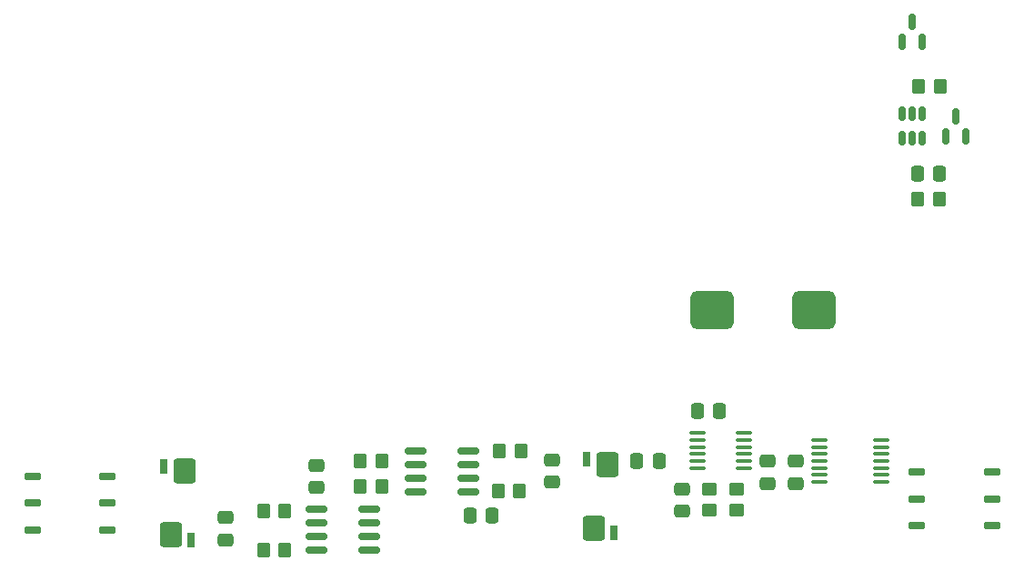
<source format=gtp>
%TF.GenerationSoftware,KiCad,Pcbnew,9.0.0*%
%TF.CreationDate,2025-03-15T23:12:27-07:00*%
%TF.ProjectId,Joule-Thief_R6,4a6f756c-652d-4546-9869-65665f52362e,5*%
%TF.SameCoordinates,Original*%
%TF.FileFunction,Paste,Top*%
%TF.FilePolarity,Positive*%
%FSLAX46Y46*%
G04 Gerber Fmt 4.6, Leading zero omitted, Abs format (unit mm)*
G04 Created by KiCad (PCBNEW 9.0.0) date 2025-03-15 23:12:27*
%MOMM*%
%LPD*%
G01*
G04 APERTURE LIST*
G04 Aperture macros list*
%AMRoundRect*
0 Rectangle with rounded corners*
0 $1 Rounding radius*
0 $2 $3 $4 $5 $6 $7 $8 $9 X,Y pos of 4 corners*
0 Add a 4 corners polygon primitive as box body*
4,1,4,$2,$3,$4,$5,$6,$7,$8,$9,$2,$3,0*
0 Add four circle primitives for the rounded corners*
1,1,$1+$1,$2,$3*
1,1,$1+$1,$4,$5*
1,1,$1+$1,$6,$7*
1,1,$1+$1,$8,$9*
0 Add four rect primitives between the rounded corners*
20,1,$1+$1,$2,$3,$4,$5,0*
20,1,$1+$1,$4,$5,$6,$7,0*
20,1,$1+$1,$6,$7,$8,$9,0*
20,1,$1+$1,$8,$9,$2,$3,0*%
G04 Aperture macros list end*
%ADD10RoundRect,0.150000X0.825000X0.150000X-0.825000X0.150000X-0.825000X-0.150000X0.825000X-0.150000X0*%
%ADD11RoundRect,0.250000X-0.350000X-0.450000X0.350000X-0.450000X0.350000X0.450000X-0.350000X0.450000X0*%
%ADD12RoundRect,0.525000X1.475000X-1.225000X1.475000X1.225000X-1.475000X1.225000X-1.475000X-1.225000X0*%
%ADD13RoundRect,0.090000X-0.660000X-0.210000X0.660000X-0.210000X0.660000X0.210000X-0.660000X0.210000X0*%
%ADD14RoundRect,0.090000X0.660000X0.210000X-0.660000X0.210000X-0.660000X-0.210000X0.660000X-0.210000X0*%
%ADD15RoundRect,0.100000X-0.637500X-0.100000X0.637500X-0.100000X0.637500X0.100000X-0.637500X0.100000X0*%
%ADD16RoundRect,0.100000X0.625000X0.100000X-0.625000X0.100000X-0.625000X-0.100000X0.625000X-0.100000X0*%
%ADD17RoundRect,0.250000X-0.337500X-0.475000X0.337500X-0.475000X0.337500X0.475000X-0.337500X0.475000X0*%
%ADD18RoundRect,0.250000X0.350000X0.450000X-0.350000X0.450000X-0.350000X-0.450000X0.350000X-0.450000X0*%
%ADD19RoundRect,0.250000X0.450000X-0.350000X0.450000X0.350000X-0.450000X0.350000X-0.450000X-0.350000X0*%
%ADD20RoundRect,0.250000X-0.475000X0.337500X-0.475000X-0.337500X0.475000X-0.337500X0.475000X0.337500X0*%
%ADD21RoundRect,0.150000X0.150000X-0.587500X0.150000X0.587500X-0.150000X0.587500X-0.150000X-0.587500X0*%
%ADD22RoundRect,0.150000X-0.150000X0.512500X-0.150000X-0.512500X0.150000X-0.512500X0.150000X0.512500X0*%
%ADD23RoundRect,0.250000X0.337500X0.475000X-0.337500X0.475000X-0.337500X-0.475000X0.337500X-0.475000X0*%
%ADD24RoundRect,0.243600X0.771400X-0.901400X0.771400X0.901400X-0.771400X0.901400X-0.771400X-0.901400X0*%
%ADD25RoundRect,0.091200X0.288800X-0.608800X0.288800X0.608800X-0.288800X0.608800X-0.288800X-0.608800X0*%
%ADD26RoundRect,0.190000X0.190000X-0.510000X0.190000X0.510000X-0.190000X0.510000X-0.190000X-0.510000X0*%
%ADD27RoundRect,0.243600X-0.771400X0.901400X-0.771400X-0.901400X0.771400X-0.901400X0.771400X0.901400X0*%
%ADD28RoundRect,0.091200X-0.288800X0.608800X-0.288800X-0.608800X0.288800X-0.608800X0.288800X0.608800X0*%
%ADD29RoundRect,0.190000X-0.190000X0.510000X-0.190000X-0.510000X0.190000X-0.510000X0.190000X0.510000X0*%
%ADD30RoundRect,0.250000X-0.450000X0.350000X-0.450000X-0.350000X0.450000X-0.350000X0.450000X0.350000X0*%
%ADD31RoundRect,0.250000X0.475000X-0.337500X0.475000X0.337500X-0.475000X0.337500X-0.475000X-0.337500X0*%
%ADD32RoundRect,0.150000X-0.825000X-0.150000X0.825000X-0.150000X0.825000X0.150000X-0.825000X0.150000X0*%
G04 APERTURE END LIST*
D10*
%TO.C,U4*%
X87645000Y-82870000D03*
X87645000Y-81600000D03*
X87645000Y-80330000D03*
X87645000Y-79060000D03*
X92595000Y-79060000D03*
X92595000Y-80330000D03*
X92595000Y-81600000D03*
X92595000Y-82870000D03*
%TD*%
D11*
%TO.C,R5*%
X91700000Y-74575000D03*
X93700000Y-74575000D03*
%TD*%
%TO.C,R4*%
X91740000Y-76955000D03*
X93740000Y-76955000D03*
%TD*%
D12*
%TO.C,L1*%
X124450000Y-60550000D03*
X133950000Y-60550000D03*
%TD*%
D13*
%TO.C,SW1*%
X143550000Y-75600000D03*
X143550000Y-78100000D03*
X143550000Y-80600000D03*
X150550000Y-75600000D03*
X150550000Y-78100000D03*
X150550000Y-80600000D03*
%TD*%
D14*
%TO.C,SW2*%
X68200000Y-81000000D03*
X68200000Y-78500000D03*
X68200000Y-76000000D03*
X61200000Y-81000000D03*
X61200000Y-78500000D03*
X61200000Y-76000000D03*
%TD*%
D11*
%TO.C,R1*%
X104660000Y-73690000D03*
X106660000Y-73690000D03*
%TD*%
D15*
%TO.C,U3*%
X134487500Y-72625000D03*
X134487500Y-73275000D03*
X134487500Y-73925000D03*
X134487500Y-74575000D03*
X134487500Y-75225000D03*
X134487500Y-75875000D03*
X134487500Y-76525000D03*
X140212500Y-76525000D03*
X140212500Y-75875000D03*
X140212500Y-75225000D03*
X140212500Y-74575000D03*
X140212500Y-73925000D03*
X140212500Y-73275000D03*
X140212500Y-72625000D03*
%TD*%
D16*
%TO.C,U2*%
X127400000Y-75225000D03*
X127400000Y-74575000D03*
X127400000Y-73925000D03*
X127400000Y-73275000D03*
X127400000Y-72625000D03*
X127400000Y-71975000D03*
X123100000Y-71975000D03*
X123100000Y-72625000D03*
X123100000Y-73275000D03*
X123100000Y-73925000D03*
X123100000Y-74575000D03*
X123100000Y-75225000D03*
%TD*%
D17*
%TO.C,C3*%
X117462500Y-74587500D03*
X119537500Y-74587500D03*
%TD*%
D18*
%TO.C,R12*%
X145725000Y-39700000D03*
X143725000Y-39700000D03*
%TD*%
D19*
%TO.C,R6*%
X124200000Y-79175000D03*
X124200000Y-77175000D03*
%TD*%
D18*
%TO.C,R8*%
X84695000Y-82857500D03*
X82695000Y-82857500D03*
%TD*%
%TO.C,R9*%
X84695000Y-79220000D03*
X82695000Y-79220000D03*
%TD*%
D20*
%TO.C,C2*%
X109610000Y-74452500D03*
X109610000Y-76527500D03*
%TD*%
D21*
%TO.C,Q1*%
X142150000Y-35537500D03*
X144050000Y-35537500D03*
X143100000Y-33662500D03*
%TD*%
D20*
%TO.C,C9*%
X79142500Y-79857500D03*
X79142500Y-81932500D03*
%TD*%
%TO.C,C5*%
X121700000Y-77175000D03*
X121700000Y-79250000D03*
%TD*%
D11*
%TO.C,R2*%
X104560000Y-77340000D03*
X106560000Y-77340000D03*
%TD*%
D22*
%TO.C,U5*%
X144050000Y-42275000D03*
X143100000Y-42275000D03*
X142150000Y-42275000D03*
X142150000Y-44550000D03*
X143100000Y-44550000D03*
X144050000Y-44550000D03*
%TD*%
D23*
%TO.C,C4*%
X125162500Y-69925000D03*
X123087500Y-69925000D03*
%TD*%
D21*
%TO.C,Q2*%
X146225000Y-44362500D03*
X148125000Y-44362500D03*
X147175000Y-42487500D03*
%TD*%
D20*
%TO.C,C7*%
X129600000Y-74600000D03*
X129600000Y-76675000D03*
%TD*%
%TO.C,C6*%
X132300000Y-74612500D03*
X132300000Y-76687500D03*
%TD*%
D24*
%TO.C,R10*%
X74055000Y-81475000D03*
D25*
X75960000Y-81920000D03*
D26*
X73420000Y-75060000D03*
D24*
X75325000Y-75505000D03*
%TD*%
D27*
%TO.C,R3*%
X114715000Y-74885000D03*
D28*
X112810000Y-74440000D03*
D29*
X115350000Y-81300000D03*
D27*
X113445000Y-80855000D03*
%TD*%
D30*
%TO.C,R7*%
X126800000Y-77175000D03*
X126800000Y-79175000D03*
%TD*%
D11*
%TO.C,R11*%
X143612500Y-50225000D03*
X145612500Y-50225000D03*
%TD*%
D31*
%TO.C,C8*%
X87607500Y-77057500D03*
X87607500Y-74982500D03*
%TD*%
D17*
%TO.C,C1*%
X101915000Y-79697500D03*
X103990000Y-79697500D03*
%TD*%
D32*
%TO.C,U1*%
X96860000Y-73690000D03*
X96860000Y-74960000D03*
X96860000Y-76230000D03*
X96860000Y-77500000D03*
X101810000Y-77500000D03*
X101810000Y-76230000D03*
X101810000Y-74960000D03*
X101810000Y-73690000D03*
%TD*%
D17*
%TO.C,C10*%
X143575000Y-47825000D03*
X145650000Y-47825000D03*
%TD*%
M02*

</source>
